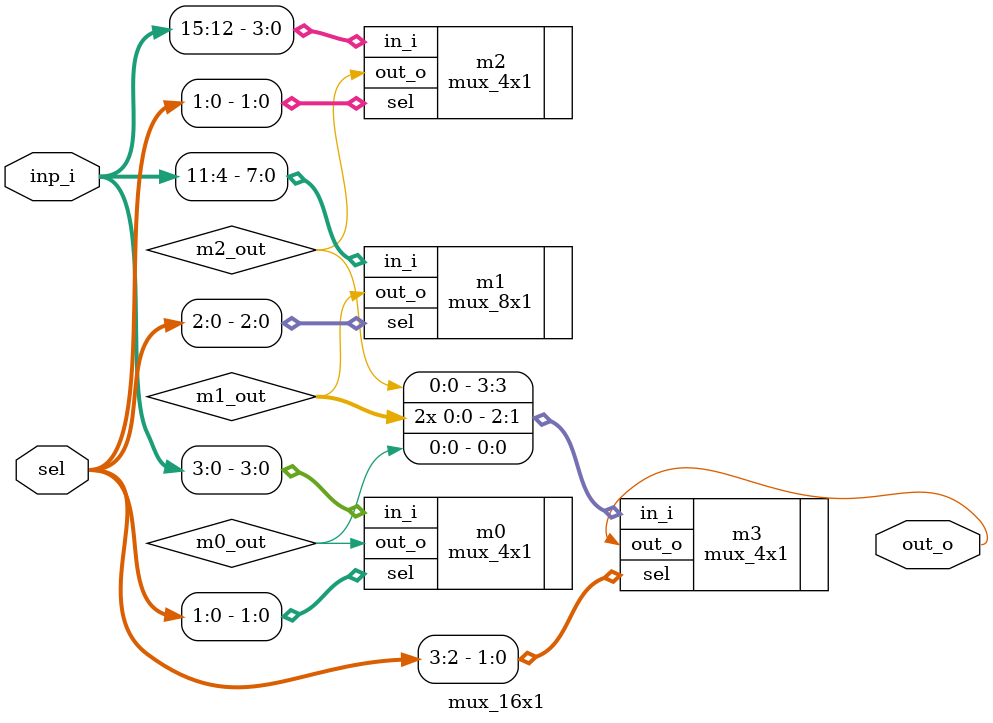
<source format=v>
`timescale 1ns/1ns
module mux_16x1 (
    input [15:0] inp_i,
    input [3:0] sel,
    output out_o
);
    wire m0_out;
    wire m1_out;
    wire m2_out;

    mux_4x1 m0 (
        .in_i(inp_i[3:0]),
        .sel(sel[1:0]),
        .out_o(m0_out)
    );

    mux_8x1 m1 (
        .in_i(inp_i[11:4]),
        .sel(sel[2:0]),
        .out_o(m1_out)
    );

    mux_4x1 m2 (
        .in_i(inp_i[15:12]),
        .sel(sel[1:0]),
        .out_o(m2_out)
    );

    mux_4x1 m3 (
        .in_i({m2_out, m1_out, m1_out, m0_out}),
        .sel(sel[3:2]),
        .out_o(out_o)
    );

endmodule: mux_16x1

</source>
